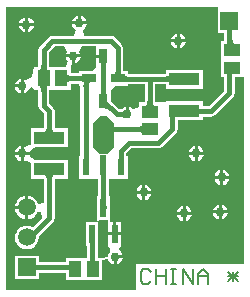
<source format=gtl>
%FSLAX25Y25*%
%MOIN*%
G70*
G01*
G75*
G04 Layer_Physical_Order=1*
G04 Layer_Color=255*
%ADD10C,0.01500*%
%ADD11R,0.05512X0.04331*%
%ADD12R,0.10236X0.04331*%
%ADD13R,0.02953X0.04724*%
%ADD14R,0.04724X0.02953*%
%ADD15R,0.04331X0.05512*%
%ADD16R,0.02362X0.05512*%
%ADD17R,0.02362X0.07087*%
%ADD18R,0.02165X0.06299*%
%ADD19C,0.00700*%
%ADD20R,0.05906X0.05906*%
%ADD21C,0.05906*%
%ADD22C,0.03000*%
G36*
X37543Y56980D02*
Y49106D01*
X35181Y46744D01*
X32819D01*
X30457Y49106D01*
Y56980D01*
X32819Y59342D01*
X35181D01*
X37543Y56980D01*
D02*
G37*
G36*
X47716Y64118D02*
X45744D01*
Y62341D01*
X43830Y61761D01*
X43802Y61802D01*
X42976Y62355D01*
X42500Y62450D01*
Y60000D01*
X41500D01*
Y62450D01*
X41025Y62355D01*
X40198Y61802D01*
X40185Y61784D01*
X39259D01*
X36476Y64567D01*
Y67882D01*
X36476D01*
Y68109D01*
X37891Y69524D01*
X42087D01*
Y70031D01*
X47716D01*
Y64118D01*
D02*
G37*
G36*
X72047Y95971D02*
Y94953D01*
X72047Y94556D01*
X72047Y94556D01*
X72047D01*
Y87047D01*
X74216D01*
Y84618D01*
X73244D01*
Y78287D01*
Y72382D01*
X74216D01*
Y67739D01*
X69261Y62784D01*
X67118D01*
Y64350D01*
X54882D01*
Y64118D01*
X53256D01*
Y64118D01*
X51284Y64118D01*
Y70031D01*
X54882D01*
Y68650D01*
X67118D01*
Y74980D01*
X54882D01*
Y73599D01*
X49500D01*
X49500Y73599D01*
X42087D01*
Y74476D01*
X40509D01*
Y82276D01*
X40373Y82958D01*
X39986Y83537D01*
X37762Y85762D01*
X37183Y86149D01*
X36500Y86284D01*
X27635D01*
X27055Y88198D01*
X27802Y88698D01*
X28355Y89525D01*
X28449Y90000D01*
X23550D01*
X23645Y89525D01*
X24198Y88698D01*
X24945Y88198D01*
X24364Y86284D01*
X17000D01*
X17000Y86284D01*
X16317Y86149D01*
X15738Y85762D01*
X12786Y82809D01*
X12399Y82230D01*
X12263Y81547D01*
Y75756D01*
X10882Y75756D01*
Y75756D01*
X10882D01*
X10169Y72381D01*
X8317Y71627D01*
X7975Y71855D01*
X7500Y71949D01*
Y69500D01*
Y67050D01*
X7975Y67145D01*
X8802Y67698D01*
X9355Y68524D01*
X10116Y69010D01*
X10882Y68244D01*
Y68244D01*
X12263D01*
Y62953D01*
X12263Y62953D01*
X12263D01*
X12399Y62270D01*
X12786Y61691D01*
X14216Y60261D01*
Y55480D01*
X9882D01*
Y50203D01*
X9432Y49962D01*
D01*
X8354Y49386D01*
X8354Y49386D01*
X8118Y49260D01*
X7975Y49355D01*
X7500Y49450D01*
Y47500D01*
X9449D01*
X9429Y47604D01*
X9623Y47840D01*
X9623Y47840D01*
X10194Y48536D01*
X10748Y48906D01*
X10748Y48906D01*
X11112Y49150D01*
X22118D01*
Y55480D01*
X17784D01*
Y61000D01*
X17784Y61000D01*
X17649Y61683D01*
X17262Y62262D01*
X15832Y63692D01*
Y68244D01*
X23118D01*
Y70216D01*
X25913D01*
Y69524D01*
X26310D01*
Y46169D01*
X25913D01*
Y38658D01*
X30276D01*
Y38658D01*
X30276D01*
X30276Y38658D01*
X31819D01*
D01*
X32216Y38658D01*
Y32980D01*
X31917D01*
Y24681D01*
D01*
D01*
X31917D01*
D01*
Y24681D01*
D01*
D01*
D01*
Y24319D01*
D01*
X28177D01*
Y16020D01*
X28476D01*
Y12256D01*
X21382D01*
Y10784D01*
X12453D01*
Y12953D01*
X4547D01*
Y5047D01*
X12453D01*
Y7216D01*
X21382D01*
Y4744D01*
X33618D01*
Y11512D01*
X35609Y11708D01*
X35645Y11525D01*
X36198Y10698D01*
X37025Y10145D01*
X37500Y10051D01*
Y12500D01*
X38000D01*
Y13000D01*
X40450D01*
X40355Y13476D01*
X39802Y14302D01*
X39802Y14302D01*
X39127Y15064D01*
D01*
X39823Y16020D01*
D01*
D01*
D01*
X39823Y16263D01*
X39823Y16263D01*
X39823D01*
Y19669D01*
X35658D01*
Y16159D01*
X35658Y16159D01*
X35658Y16159D01*
X35658Y16020D01*
X36268Y15500D01*
X36198Y14302D01*
X36198D01*
X36198Y14302D01*
D01*
D01*
D01*
X35645Y13476D01*
X35451Y12500D01*
X33618Y12256D01*
Y12256D01*
X32044Y12256D01*
Y16020D01*
X32342D01*
Y24319D01*
D01*
D01*
D01*
D01*
X32342Y24319D01*
X32342Y24319D01*
X32342D01*
X32705Y24681D01*
X35658D01*
Y24681D01*
Y24319D01*
X35658Y24319D01*
X35658Y24319D01*
D01*
X35658D01*
Y20669D01*
X37240D01*
Y24319D01*
X36083D01*
Y24681D01*
D01*
D01*
Y24681D01*
X36083D01*
Y32980D01*
X35784D01*
Y38658D01*
X36181Y38658D01*
D01*
D01*
X37724D01*
Y38658D01*
X42087D01*
Y46169D01*
X41690D01*
Y47166D01*
X43239Y48716D01*
X52349D01*
X53032Y48851D01*
X53611Y49238D01*
X58262Y53889D01*
X58262Y53889D01*
X58455Y54179D01*
X58649Y54468D01*
X58784Y55151D01*
X58784Y55151D01*
Y58020D01*
X67118D01*
Y59216D01*
X70000D01*
X70683Y59351D01*
X71262Y59738D01*
X77262Y65738D01*
X77262Y65738D01*
X77649Y66317D01*
X77784Y67000D01*
Y72382D01*
X79556D01*
X79556Y72382D01*
Y72382D01*
X80756Y72382D01*
X80971Y72167D01*
Y10198D01*
X80971D01*
X80690D01*
X79556Y10198D01*
X79556Y10198D01*
Y10198D01*
X44800D01*
Y2944D01*
X44800Y2944D01*
X44800D01*
X44800Y1800D01*
X44529Y1529D01*
X1529D01*
Y95971D01*
X72047D01*
Y95971D01*
D02*
G37*
G36*
X31524Y79980D02*
X34000D01*
Y78980D01*
X31524D01*
Y76118D01*
X31524D01*
Y75891D01*
X30109Y74476D01*
X25913D01*
Y73784D01*
X23118D01*
X23118Y75756D01*
X23118D01*
D01*
X23257Y76455D01*
X23500Y76617D01*
Y79000D01*
X21551D01*
X21645Y78525D01*
X22198Y77698D01*
X22239Y77670D01*
X21659Y75756D01*
X15832D01*
Y80808D01*
X17739Y82716D01*
X21021D01*
X21963Y80952D01*
X21645Y80475D01*
X21551Y80000D01*
X26449D01*
X26355Y80475D01*
X26037Y80952D01*
X26979Y82716D01*
X31524D01*
Y79980D01*
D02*
G37*
%LPC*%
G36*
X47000Y33500D02*
X45050D01*
X45145Y33024D01*
X45698Y32198D01*
X46525Y31645D01*
X47000Y31550D01*
Y33500D01*
D02*
G37*
G36*
X9449Y46500D02*
X7500D01*
Y44550D01*
X7975Y44645D01*
X8118Y44740D01*
X8354Y44614D01*
X8354Y44614D01*
X9432Y44038D01*
D01*
X9882Y43797D01*
Y38520D01*
X14216D01*
Y30656D01*
X12254Y30266D01*
X11953Y30993D01*
X11319Y31819D01*
X10493Y32453D01*
X9532Y32851D01*
X9000Y32921D01*
Y29000D01*
Y25079D01*
X9532Y25149D01*
X10493Y25547D01*
X11319Y26181D01*
X11953Y27007D01*
X12254Y27734D01*
X13057Y27575D01*
X13637Y25661D01*
X10448Y22471D01*
X9532Y22851D01*
X8500Y22987D01*
X7468Y22851D01*
X6507Y22453D01*
X5681Y21819D01*
X5047Y20993D01*
X4649Y20032D01*
X4513Y19000D01*
X4649Y17968D01*
X5047Y17007D01*
X5681Y16181D01*
X6507Y15547D01*
X7468Y15149D01*
X8500Y15013D01*
X9532Y15149D01*
X10493Y15547D01*
X11319Y16181D01*
X11953Y17007D01*
X12351Y17968D01*
X12487Y19000D01*
X12433Y19410D01*
X17262Y24238D01*
X17262Y24238D01*
X17493Y24585D01*
X17649Y24817D01*
X17784Y25500D01*
X17784Y25500D01*
X17784Y25500D01*
Y25500D01*
Y38520D01*
X22118D01*
Y44850D01*
X11112D01*
X10748Y45094D01*
X10748Y45094D01*
X10194Y45464D01*
X9623Y46160D01*
X9623Y46160D01*
X9429Y46396D01*
X9449Y46500D01*
D02*
G37*
G36*
X49949Y33500D02*
X48000D01*
Y31550D01*
X48476Y31645D01*
X49302Y32198D01*
X49855Y33024D01*
X49949Y33500D01*
D02*
G37*
G36*
X75950Y38500D02*
X74000D01*
Y36551D01*
X74476Y36645D01*
X75302Y37198D01*
X75855Y38025D01*
X75950Y38500D01*
D02*
G37*
G36*
X73000Y41449D02*
X72524Y41355D01*
X71698Y40802D01*
X71145Y39976D01*
X71051Y39500D01*
X73000D01*
Y41449D01*
D02*
G37*
G36*
Y38500D02*
X71051D01*
X71145Y38025D01*
X71698Y37198D01*
X72524Y36645D01*
X73000Y36551D01*
Y38500D01*
D02*
G37*
G36*
X47000Y36450D02*
X46525Y36355D01*
X45698Y35802D01*
X45145Y34975D01*
X45050Y34500D01*
X47000D01*
Y36450D01*
D02*
G37*
G36*
X48000D02*
Y34500D01*
X49949D01*
X49855Y34975D01*
X49302Y35802D01*
X48476Y36355D01*
X48000Y36450D01*
D02*
G37*
G36*
X8000Y32921D02*
X7468Y32851D01*
X6507Y32453D01*
X5681Y31819D01*
X5047Y30993D01*
X4649Y30032D01*
X4579Y29500D01*
X8000D01*
Y32921D01*
D02*
G37*
G36*
X63450Y26500D02*
X61500D01*
Y24551D01*
X61976Y24645D01*
X62802Y25198D01*
X63355Y26024D01*
X63450Y26500D01*
D02*
G37*
G36*
X72500Y27000D02*
X70551D01*
X70645Y26524D01*
X71198Y25698D01*
X72025Y25145D01*
X72500Y25051D01*
Y27000D01*
D02*
G37*
G36*
X60500Y26500D02*
X58551D01*
X58645Y26024D01*
X59198Y25198D01*
X60024Y24645D01*
X60500Y24551D01*
Y26500D01*
D02*
G37*
G36*
X40450Y12000D02*
X38500D01*
Y10051D01*
X38976Y10145D01*
X39802Y10698D01*
X40355Y11525D01*
X40450Y12000D01*
D02*
G37*
G36*
X39823Y24319D02*
X38240D01*
Y20669D01*
X39823D01*
Y24319D01*
D02*
G37*
G36*
X75450Y27000D02*
X73500D01*
Y25051D01*
X73975Y25145D01*
X74802Y25698D01*
X75355Y26524D01*
X75450Y27000D01*
D02*
G37*
G36*
X72500Y29950D02*
X72025Y29855D01*
X71198Y29302D01*
X70645Y28475D01*
X70551Y28000D01*
X72500D01*
Y29950D01*
D02*
G37*
G36*
X73500D02*
Y28000D01*
X75450D01*
X75355Y28475D01*
X74802Y29302D01*
X73975Y29855D01*
X73500Y29950D01*
D02*
G37*
G36*
X61500Y29449D02*
Y27500D01*
X63450D01*
X63355Y27975D01*
X62802Y28802D01*
X61976Y29355D01*
X61500Y29449D01*
D02*
G37*
G36*
X8000Y28500D02*
X4579D01*
X4649Y27968D01*
X5047Y27007D01*
X5681Y26181D01*
X6507Y25547D01*
X7468Y25149D01*
X8000Y25079D01*
Y28500D01*
D02*
G37*
G36*
X60500Y29449D02*
X60024Y29355D01*
X59198Y28802D01*
X58645Y27975D01*
X58551Y27500D01*
X60500D01*
Y29449D01*
D02*
G37*
G36*
X59500Y86949D02*
Y85000D01*
X61449D01*
X61355Y85475D01*
X60802Y86302D01*
X59975Y86855D01*
X59500Y86949D01*
D02*
G37*
G36*
X7855Y89476D02*
X5905D01*
X6000Y89000D01*
X6553Y88173D01*
X7379Y87621D01*
X7855Y87526D01*
Y89476D01*
D02*
G37*
G36*
X58500Y86949D02*
X58025Y86855D01*
X57198Y86302D01*
X56645Y85475D01*
X56551Y85000D01*
X58500D01*
Y86949D01*
D02*
G37*
G36*
Y84000D02*
X56551D01*
X56645Y83525D01*
X57198Y82698D01*
X58025Y82145D01*
X58500Y82051D01*
Y84000D01*
D02*
G37*
G36*
X61449D02*
X59500D01*
Y82051D01*
X59975Y82145D01*
X60802Y82698D01*
X61355Y83525D01*
X61449Y84000D01*
D02*
G37*
G36*
X25500Y92949D02*
X25025Y92855D01*
X24198Y92302D01*
X23645Y91475D01*
X23550Y91000D01*
X25500D01*
Y92949D01*
D02*
G37*
G36*
X26500D02*
Y91000D01*
X28449D01*
X28355Y91475D01*
X27802Y92302D01*
X26976Y92855D01*
X26500Y92949D01*
D02*
G37*
G36*
X8855Y92425D02*
Y90475D01*
X10804D01*
X10710Y90951D01*
X10157Y91778D01*
X9330Y92330D01*
X8855Y92425D01*
D02*
G37*
G36*
X10804Y89476D02*
X8855D01*
Y87526D01*
X9330Y87621D01*
X10157Y88173D01*
X10710Y89000D01*
X10804Y89476D01*
D02*
G37*
G36*
X7855Y92425D02*
X7379Y92330D01*
X6553Y91778D01*
X6000Y90951D01*
X5905Y90475D01*
X7855D01*
Y92425D01*
D02*
G37*
G36*
X67449Y46500D02*
X65500D01*
Y44550D01*
X65975Y44645D01*
X66802Y45198D01*
X67355Y46025D01*
X67449Y46500D01*
D02*
G37*
G36*
X6500Y49450D02*
X6024Y49355D01*
X5198Y48802D01*
X4645Y47976D01*
X4550Y47500D01*
X6500D01*
Y49450D01*
D02*
G37*
G36*
X64500Y46500D02*
X62550D01*
X62645Y46025D01*
X63198Y45198D01*
X64025Y44645D01*
X64500Y44550D01*
Y46500D01*
D02*
G37*
G36*
X74000Y41449D02*
Y39500D01*
X75950D01*
X75855Y39976D01*
X75302Y40802D01*
X74476Y41355D01*
X74000Y41449D01*
D02*
G37*
G36*
X6500Y46500D02*
X4550D01*
X4645Y46025D01*
X5198Y45198D01*
X6024Y44645D01*
X6500Y44550D01*
Y46500D01*
D02*
G37*
G36*
Y71949D02*
X6024Y71855D01*
X5198Y71302D01*
X4645Y70476D01*
X4550Y70000D01*
X6500D01*
Y71949D01*
D02*
G37*
G36*
X26449Y79000D02*
X24500D01*
Y77051D01*
X24975Y77145D01*
X25802Y77698D01*
X26355Y78525D01*
X26449Y79000D01*
D02*
G37*
G36*
X6500Y69000D02*
X4550D01*
X4645Y68524D01*
X5198Y67698D01*
X6024Y67145D01*
X6500Y67050D01*
Y69000D01*
D02*
G37*
G36*
X64500Y49450D02*
X64025Y49355D01*
X63198Y48802D01*
X62645Y47976D01*
X62550Y47500D01*
X64500D01*
Y49450D01*
D02*
G37*
G36*
X65500D02*
Y47500D01*
X67449D01*
X67355Y47976D01*
X66802Y48802D01*
X65975Y49355D01*
X65500Y49450D01*
D02*
G37*
%LPD*%
D10*
X41470Y59470D02*
G03*
X40189Y60000I-1280J-1280D01*
G01*
D02*
G03*
X41470Y60530I0J1811D01*
G01*
X20954Y73001D02*
G03*
X23370Y72000I2416J2416D01*
G01*
D02*
G03*
X20954Y70999I0J-3417D01*
G01*
X13046Y73591D02*
G03*
X14047Y76007I-2416J2416D01*
G01*
D02*
G03*
X15048Y73591I3417J0D01*
G01*
Y70409D02*
G03*
X14047Y67993I2416J-2416D01*
G01*
D02*
G03*
X13046Y70409I-3417J0D01*
G01*
X27876Y71486D02*
G03*
X26636Y72000I-1240J-1240D01*
G01*
X26636D02*
G03*
X27876Y72514I0J1754D01*
G01*
X28903Y71486D02*
G03*
X28095Y69533I1953J-1953D01*
G01*
X34514Y78081D02*
G03*
X34000Y76841I1240J-1240D01*
G01*
D02*
G03*
X33486Y78081I-1754J0D01*
G01*
X38211Y72514D02*
G03*
X38724Y73754I-1240J1240D01*
G01*
D02*
G03*
X39238Y72514I1754J0D01*
G01*
X40124D02*
G03*
X41811Y71815I1687J1687D01*
G01*
X36752Y61768D02*
G03*
X34000Y62907I-2752J-2752D01*
G01*
X33486Y65919D02*
G03*
X34000Y67159I-1240J1240D01*
G01*
D02*
G03*
X34514Y65919I1754J0D01*
G01*
X75409Y82454D02*
G03*
X76000Y83881I-1428J1428D01*
G01*
Y85858D02*
G03*
X77410Y82454I4815J0D01*
G01*
X57047Y70814D02*
G03*
X54630Y71815I-2416J-2416D01*
G01*
X54630D02*
G03*
X57047Y72816I0J3417D01*
G01*
X14999Y53316D02*
G03*
X16000Y55732I-2416J2416D01*
G01*
D02*
G03*
X17001Y53316I3417J0D01*
G01*
Y40684D02*
G03*
X16000Y38268I2416J-2416D01*
G01*
D02*
G03*
X14999Y40684I-3417J0D01*
G01*
X48499Y61954D02*
G03*
X49500Y64370I-2416J2416D01*
G01*
D02*
G03*
X50501Y61954I3417J0D01*
G01*
X47909Y54046D02*
G03*
X45493Y55047I-2416J-2416D01*
G01*
D02*
G03*
X47909Y56048I0J3417D01*
G01*
X57000Y59508D02*
X58677Y61185D01*
X57000Y55151D02*
Y59508D01*
X52349Y50500D02*
X57000Y55151D01*
X42500Y50500D02*
X52349D01*
X39906Y47905D02*
X42500Y50500D01*
X39906Y42413D02*
Y47905D01*
X58677Y61185D02*
X61000D01*
X76000Y81453D02*
Y91000D01*
Y67000D02*
Y75547D01*
X70000Y61000D02*
X76000Y67000D01*
X61185Y61000D02*
X70000D01*
X16000Y25500D02*
Y41685D01*
X9500Y19000D02*
X16000Y25500D01*
X8500Y19000D02*
X9500D01*
X19953Y72000D02*
X29276D01*
X34000Y64520D02*
Y79480D01*
X17000Y84500D02*
X36500D01*
X14047Y81547D02*
X17000Y84500D01*
X14047Y72000D02*
Y81547D01*
X38724Y72000D02*
Y82276D01*
X36500Y84500D02*
X38724Y82276D01*
X14047Y62953D02*
Y72000D01*
Y62953D02*
X16000Y61000D01*
Y52315D02*
Y61000D01*
X38520Y60000D02*
X42000D01*
X34000Y64520D02*
X38520Y60000D01*
X35547Y55047D02*
X49500D01*
X8500Y9000D02*
X24047D01*
X61000Y61185D02*
X61185Y61000D01*
X38909Y71815D02*
X49500D01*
X38724Y72000D02*
X38909Y71815D01*
X49500Y71815D02*
X61000D01*
X49500D02*
X49500Y71815D01*
X49500Y60953D02*
Y71815D01*
X34000Y53500D02*
X35547Y55047D01*
X30260Y8787D02*
X30547Y8500D01*
X30260Y8787D02*
Y20169D01*
X28095Y70819D02*
X29276Y72000D01*
X28095Y42413D02*
Y70819D01*
X34000Y28831D02*
X34216Y29047D01*
X34000Y28831D02*
Y43201D01*
D11*
X49500Y55047D02*
D03*
Y60953D02*
D03*
X77000Y75547D02*
D03*
Y81453D02*
D03*
D12*
X16000Y41685D02*
D03*
Y52315D02*
D03*
X61000Y61185D02*
D03*
Y71815D02*
D03*
D13*
X34000Y64520D02*
D03*
Y79480D02*
D03*
D14*
X38724Y72000D02*
D03*
X29276D02*
D03*
D15*
X14047Y72000D02*
D03*
X19953D02*
D03*
X24547Y8500D02*
D03*
X30453D02*
D03*
D16*
X39906Y42413D02*
D03*
X28095D02*
D03*
D17*
X34000Y43201D02*
D03*
D18*
X30260Y20169D02*
D03*
X37740D02*
D03*
X34000Y28831D02*
D03*
D19*
X49832Y7665D02*
X48999Y8498D01*
X47333D01*
X46500Y7665D01*
Y4333D01*
X47333Y3500D01*
X48999D01*
X49832Y4333D01*
X51498Y8498D02*
Y3500D01*
Y5999D01*
X54831D01*
Y8498D01*
Y3500D01*
X56497Y8498D02*
X58163D01*
X57330D01*
Y3500D01*
X56497D01*
X58163D01*
X60662D02*
Y8498D01*
X63994Y3500D01*
Y8498D01*
X65661Y3500D02*
Y6832D01*
X67327Y8498D01*
X68993Y6832D01*
Y3500D01*
Y5999D01*
X65661D01*
X75657Y7665D02*
X78989Y4333D01*
X75657D02*
X78989Y7665D01*
X75657Y5999D02*
X78989D01*
X77323Y4333D02*
Y7665D01*
D20*
X76000Y91000D02*
D03*
X8500Y9000D02*
D03*
D21*
Y19000D02*
D03*
Y29000D02*
D03*
D22*
X24000Y79500D02*
D03*
X65000Y47000D02*
D03*
X7000D02*
D03*
Y69500D02*
D03*
X59000Y84500D02*
D03*
X26000Y90500D02*
D03*
X8355Y89976D02*
D03*
X47500Y34000D02*
D03*
X61000Y27000D02*
D03*
X73000Y27500D02*
D03*
X73500Y39000D02*
D03*
X38000Y12500D02*
D03*
X42000Y60000D02*
D03*
M02*

</source>
